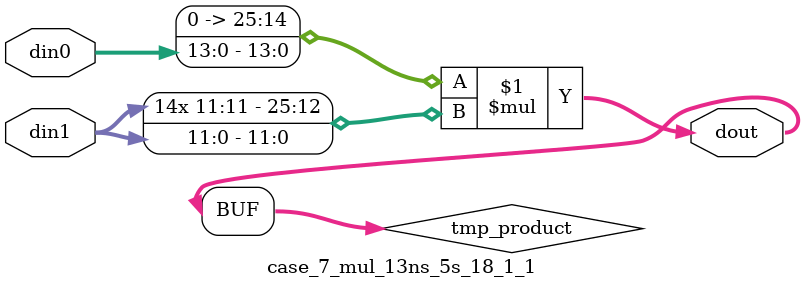
<source format=v>

`timescale 1 ns / 1 ps

 (* use_dsp = "no" *)  module case_7_mul_13ns_5s_18_1_1(din0, din1, dout);
parameter ID = 1;
parameter NUM_STAGE = 0;
parameter din0_WIDTH = 14;
parameter din1_WIDTH = 12;
parameter dout_WIDTH = 26;

input [din0_WIDTH - 1 : 0] din0; 
input [din1_WIDTH - 1 : 0] din1; 
output [dout_WIDTH - 1 : 0] dout;

wire signed [dout_WIDTH - 1 : 0] tmp_product;

























assign tmp_product = $signed({1'b0, din0}) * $signed(din1);










assign dout = tmp_product;





















endmodule

</source>
